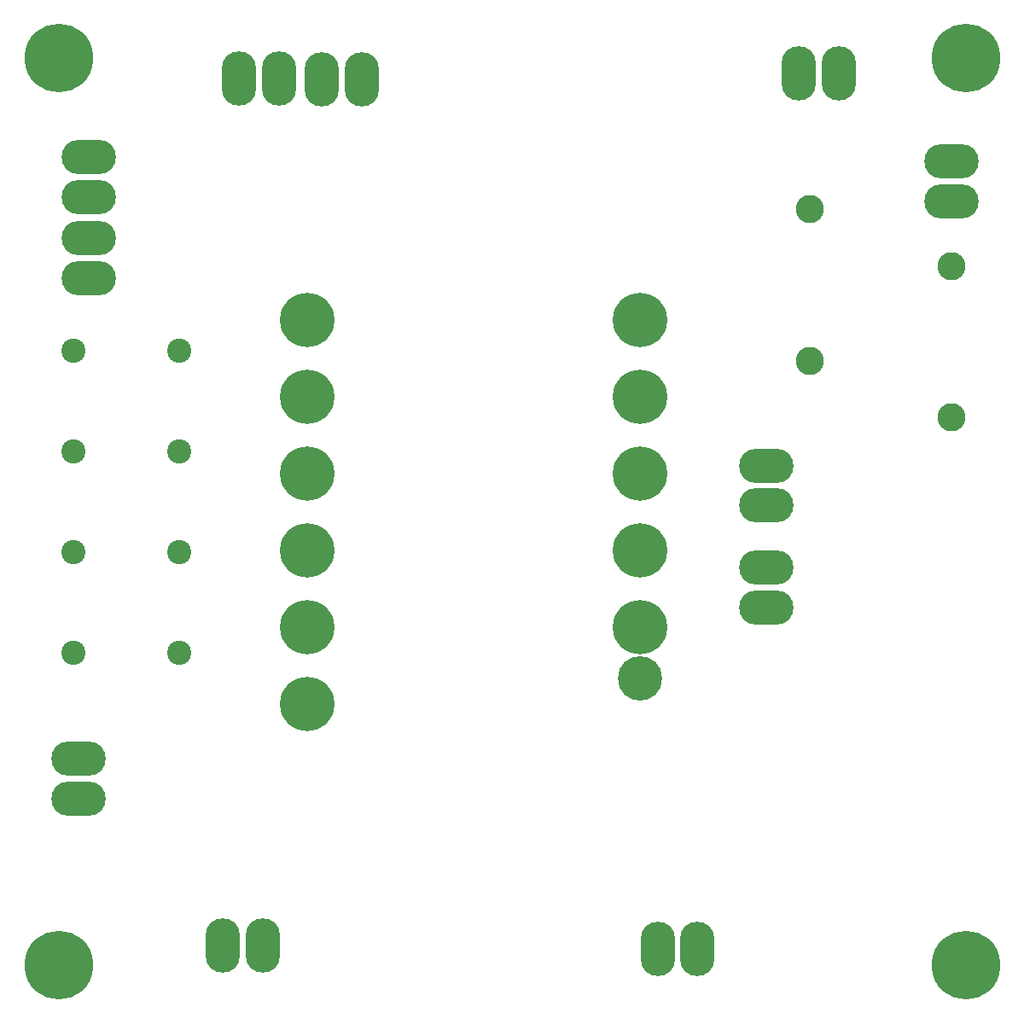
<source format=gbr>
G04 #@! TF.FileFunction,Soldermask,Top*
%FSLAX46Y46*%
G04 Gerber Fmt 4.6, Leading zero omitted, Abs format (unit mm)*
G04 Created by KiCad (PCBNEW 4.0.2-stable) date 10/05/17 14:13:38*
%MOMM*%
G01*
G04 APERTURE LIST*
%ADD10C,0.100000*%
%ADD11C,2.400000*%
%ADD12C,2.800000*%
%ADD13C,5.400000*%
%ADD14C,4.400000*%
%ADD15O,5.401260X3.399740*%
%ADD16O,3.399740X5.401260*%
%ADD17C,6.800000*%
%ADD18C,1.200000*%
G04 APERTURE END LIST*
D10*
D11*
X71000000Y-69000000D03*
X71000000Y-79000000D03*
X71000000Y-89000000D03*
X71000000Y-99000000D03*
X81500000Y-69000000D03*
X81500000Y-79000000D03*
X81500000Y-89000000D03*
X81500000Y-99000000D03*
D12*
X158100000Y-60600000D03*
X158100000Y-75600000D03*
X144000000Y-55000000D03*
X144000000Y-70000000D03*
D13*
X94190000Y-104050000D03*
D14*
X127210000Y-101502380D03*
D13*
X94190000Y-96430000D03*
X127210000Y-96430000D03*
X94190000Y-88810000D03*
X127210000Y-88810000D03*
X94190000Y-81190000D03*
X127210000Y-81190000D03*
X94190000Y-73570000D03*
X127210000Y-73570000D03*
X94190000Y-65950000D03*
X127210000Y-65950000D03*
D15*
X139700000Y-90518800D03*
X139700000Y-94481200D03*
X139700000Y-80418800D03*
X139700000Y-84381200D03*
D16*
X87418800Y-42000000D03*
X91381200Y-42000000D03*
X95618800Y-42100000D03*
X99581200Y-42100000D03*
D15*
X71500000Y-113481200D03*
X71500000Y-109518800D03*
X158100000Y-50218800D03*
X158100000Y-54181200D03*
X72500000Y-61781200D03*
X72500000Y-57818800D03*
X72500000Y-53781200D03*
X72500000Y-49818800D03*
D16*
X142918800Y-41500000D03*
X146881200Y-41500000D03*
X89781200Y-128000000D03*
X85818800Y-128000000D03*
X132881200Y-128400000D03*
X128918800Y-128400000D03*
D17*
X69500000Y-130000000D03*
D18*
X71900000Y-130000000D03*
X71197056Y-131697056D03*
X69500000Y-132400000D03*
X67802944Y-131697056D03*
X67100000Y-130000000D03*
X67802944Y-128302944D03*
X69500000Y-127600000D03*
X71197056Y-128302944D03*
D17*
X159500000Y-130000000D03*
D18*
X161900000Y-130000000D03*
X161197056Y-131697056D03*
X159500000Y-132400000D03*
X157802944Y-131697056D03*
X157100000Y-130000000D03*
X157802944Y-128302944D03*
X159500000Y-127600000D03*
X161197056Y-128302944D03*
D17*
X159500000Y-40000000D03*
D18*
X161900000Y-40000000D03*
X161197056Y-41697056D03*
X159500000Y-42400000D03*
X157802944Y-41697056D03*
X157100000Y-40000000D03*
X157802944Y-38302944D03*
X159500000Y-37600000D03*
X161197056Y-38302944D03*
D17*
X69500000Y-40000000D03*
D18*
X71900000Y-40000000D03*
X71197056Y-41697056D03*
X69500000Y-42400000D03*
X67802944Y-41697056D03*
X67100000Y-40000000D03*
X67802944Y-38302944D03*
X69500000Y-37600000D03*
X71197056Y-38302944D03*
M02*

</source>
